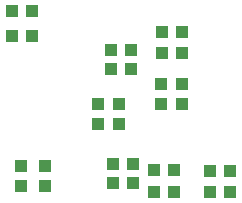
<source format=gbp>
%FSLAX43Y43*%
%MOMM*%
G71*
G01*
G75*
G04 Layer_Color=128*
%ADD10R,1.000X1.100*%
%ADD11R,1.100X1.000*%
%ADD12R,1.700X1.100*%
%ADD13R,1.150X0.450*%
%ADD14R,1.500X1.500*%
%ADD15R,2.541X1.500*%
%ADD16R,0.350X1.200*%
%ADD17R,0.700X1.500*%
%ADD18O,0.700X1.500*%
%ADD19O,0.300X1.800*%
%ADD20O,1.800X0.300*%
%ADD21R,1.500X0.600*%
%ADD22O,1.500X0.600*%
%ADD23C,0.254*%
%ADD24C,1.000*%
%ADD25C,0.500*%
%ADD26C,0.762*%
%ADD27C,1.500*%
%ADD28C,2.032*%
%ADD29C,2.286*%
%ADD30R,1.500X1.500*%
%ADD31C,0.254*%
%ADD32C,1.016*%
%ADD33C,1.524*%
%ADD34C,1.916*%
G04:AMPARAMS|DCode=35|XSize=2.424mm|YSize=2.424mm|CornerRadius=0mm|HoleSize=0mm|Usage=FLASHONLY|Rotation=0.000|XOffset=0mm|YOffset=0mm|HoleType=Round|Shape=Relief|Width=0.254mm|Gap=0.254mm|Entries=4|*
%AMTHD35*
7,0,0,2.424,1.916,0.254,45*
%
%ADD35THD35*%
%ADD36C,2.516*%
%ADD37C,2.718*%
G04:AMPARAMS|DCode=38|XSize=2.032mm|YSize=2.032mm|CornerRadius=0mm|HoleSize=0mm|Usage=FLASHONLY|Rotation=0.000|XOffset=0mm|YOffset=0mm|HoleType=Round|Shape=Relief|Width=0.254mm|Gap=0.254mm|Entries=4|*
%AMTHD38*
7,0,0,2.032,1.524,0.254,45*
%
%ADD38THD38*%
%ADD39C,1.219*%
%ADD40C,0.200*%
%ADD41C,0.250*%
%ADD42C,0.600*%
%ADD43C,0.102*%
%ADD44C,0.100*%
%ADD45R,1.305X1.405*%
%ADD46R,1.405X1.305*%
%ADD47R,2.005X1.405*%
%ADD48R,1.455X0.755*%
%ADD49R,1.805X1.805*%
%ADD50R,2.846X1.805*%
%ADD51R,0.655X1.505*%
%ADD52R,1.005X1.805*%
%ADD53O,1.005X1.805*%
%ADD54O,0.605X2.105*%
%ADD55O,2.105X0.605*%
%ADD56R,1.805X0.905*%
%ADD57O,1.805X0.905*%
%ADD58C,1.067*%
%ADD59C,1.805*%
%ADD60C,2.337*%
%ADD61C,2.591*%
%ADD62R,1.805X1.805*%
%ADD63C,0.559*%
D10*
X60960Y53721D02*
D03*
Y55421D02*
D03*
X62738Y53721D02*
D03*
Y55421D02*
D03*
X49149Y46736D02*
D03*
Y48436D02*
D03*
X51181Y46736D02*
D03*
Y48436D02*
D03*
X55626Y53721D02*
D03*
Y52021D02*
D03*
X57404Y53721D02*
D03*
Y52021D02*
D03*
D11*
X62738Y58039D02*
D03*
X61038D02*
D03*
X62725Y59775D02*
D03*
X61025D02*
D03*
X56769Y56642D02*
D03*
X58469D02*
D03*
X56769Y58293D02*
D03*
X58469D02*
D03*
X66800Y48000D02*
D03*
X65100D02*
D03*
X66802Y46228D02*
D03*
X65102D02*
D03*
X62100Y48125D02*
D03*
X60400D02*
D03*
X62103Y46228D02*
D03*
X60403D02*
D03*
X56896Y48641D02*
D03*
X58596D02*
D03*
X56896Y46990D02*
D03*
X58596D02*
D03*
X48387Y59436D02*
D03*
X50087D02*
D03*
X48387Y61595D02*
D03*
X50087D02*
D03*
M02*

</source>
